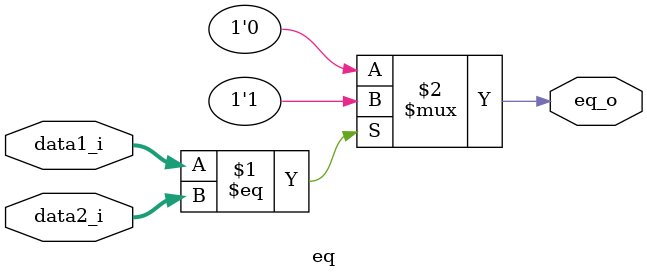
<source format=v>
module eq(data1_i, data2_i, eq_o);
input [31:0]data1_i, data2_i;
output eq_o;

assign eq_o = (data1_i == data2_i)? 1'b1:1'b0;

endmodule
</source>
